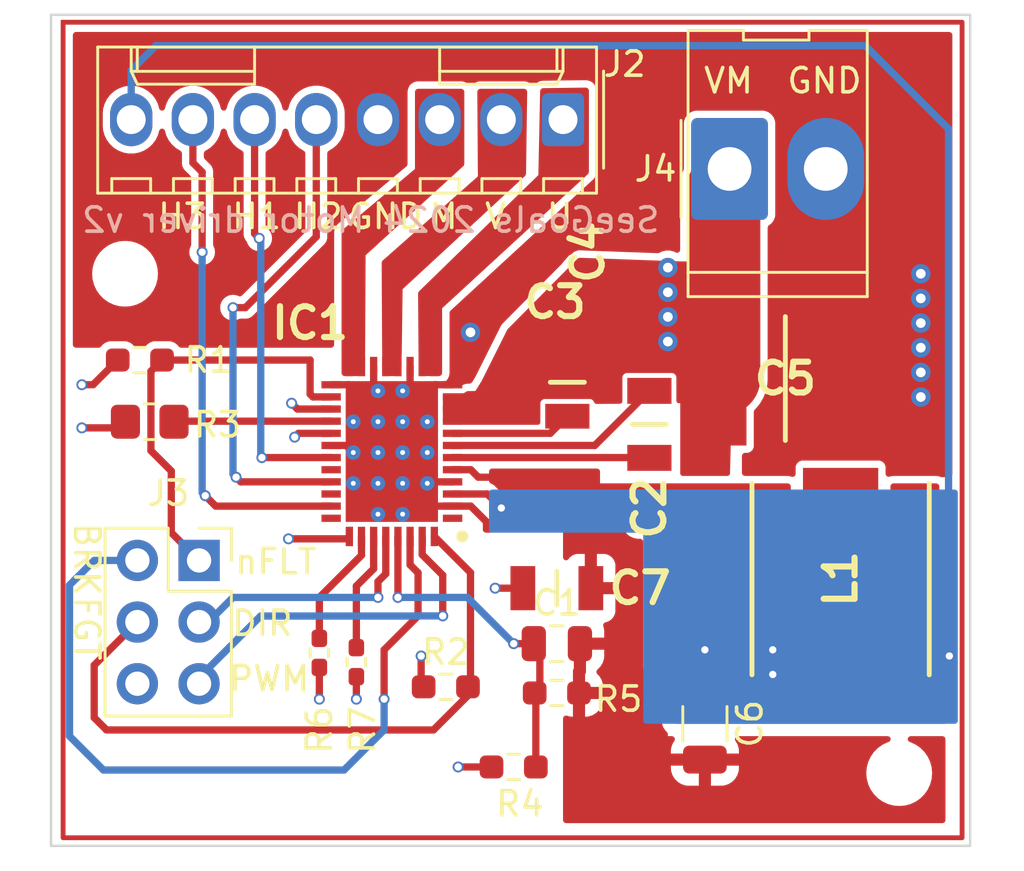
<source format=kicad_pcb>
(kicad_pcb (version 20221018) (generator pcbnew)
  (layers (0 "F.Cu" signal) (1 "In1.Cu" signal) (2 "In2.Cu" signal) (31 "B.Cu" signal) (34 "B.Paste" user) (35 "F.Paste" user) (36 "B.SilkS" user "B.Silkscreen") (37 "F.SilkS" user "F.Silkscreen") (38 "B.Mask" user) (39 "F.Mask" user) (44 "Edge.Cuts" user))
  (net 0 "")
  (net 1 "Net-(IC1-ILIM)")
  (net 2 "GND")
  (net 3 "/Motor Driver/VM")
  (net 4 "/Motor Driver/SW_BK")
  (net 5 "Net-(IC1-CP)")
  (net 6 "/Motor Driver/AVDD")
  (net 7 "Net-(IC1-CPH)")
  (net 8 "Net-(IC1-CPL)")
  (net 9 "/Motor Driver/U")
  (net 10 "/Motor Driver/V")
  (net 12 "Net-(IC1-SW_BK)")
  (net 13 "Net-(IC1-VSEL_BK)")
  (net 17 "Net-(IC1-SLEW)")
  (net 18 "Net-(IC1-ADVANCE)")
  (net 19 "/Motor Driver/W")
  (net 20 "/Motor Driver/H1")
  (net 21 "/Motor Driver/H2")
  (net 22 "/Motor Driver/H3")
  (net 23 "/Motor Driver/DIR")
  (net 24 "/Motor Driver/BRAKE")
  (net 25 "/Motor Driver/PWM")
  (net 26 "/Motor Driver/FGOUT")
  (net 27 "/Motor Driver/nFault")
  (footprint "SamacSys_Parts:CAPC3216X180N" (layer "F.Cu") (at 133.604 80.882 -90)
    (fp_text reference "C2" (at 3.446 0 -90) (layer "F.SilkS") (effects (font (size 1.27 1.27) (thickness 0.254))))
    (fp_text value "47nF" hide)
    (fp_line (start 0 -0.7) (end 0 0.7) (stroke (width 0.2)) (layer "F.SilkS"))
    (pad "1" smd rect (at -1.38 0 270) (size 1.07 1.82) (layers "F.Cu" "F.Paste" "F.Mask") (net 7 "Net-(IC1-CPH)"))
    (pad "2" smd rect (at 1.38 0 270) (size 1.07 1.82) (layers "F.Cu" "F.Paste" "F.Mask") (net 8 "Net-(IC1-CPL)"))
  )
  (footprint "Resistor_SMD:R_0402_1005Metric_Pad0.72x0.64mm_HandSolder" (layer "F.Cu") (at 120.015 90.297 -90)
    (fp_text reference "R6" (at 3.175 0 90) (layer "F.SilkS"))
    (fp_text value "47k")
    (fp_line (start -0.167621 -0.38) (end 0.167621 -0.38) (stroke (width 0.12)) (layer "F.SilkS"))
    (fp_line (start -0.167621 0.38) (end 0.167621 0.38) (stroke (width 0.12)) (layer "F.SilkS"))
    (pad "1" smd roundrect (at -0.5975 0 270) (size 0.715 0.64) (layers "F.Cu" "F.Paste" "F.Mask") (net 17 "Net-(IC1-SLEW)"))
    (pad "2" smd roundrect (at 0.5975 0 270) (size 0.715 0.64) (layers "F.Cu" "F.Paste" "F.Mask") (net 6 "/Motor Driver/AVDD"))
  )
  (footprint "SamacSys_Parts:CAPC1608X95N" (layer "F.Cu") (at 132.588 73.979 90)
    (fp_text reference "C4" (at 0.192 -1.524 90) (layer "F.SilkS") (effects (font (size 1.27 1.27) (thickness 0.254))))
    (fp_text value "0u1F" hide)
    (pad "1" smd rect (at -0.7 0 90) (size 0.78 0.98) (layers "F.Cu" "F.Paste" "F.Mask") (net 3 "/Motor Driver/VM"))
    (pad "2" smd rect (at 0.7 0 90) (size 0.78 0.98) (layers "F.Cu" "F.Paste" "F.Mask") (net 2 "GND"))
  )
  (footprint "Capacitor_SMD:C_1206_3216Metric" (layer "F.Cu") (at 135.89 93.218 -90)
    (fp_text reference "C6" (at 0 -1.85 90) (layer "F.SilkS"))
    (fp_text value "22uF")
    (fp_line (start -0.711252 -0.91) (end 0.711252 -0.91) (stroke (width 0.12)) (layer "F.SilkS"))
    (fp_line (start -0.711252 0.91) (end 0.711252 0.91) (stroke (width 0.12)) (layer "F.SilkS"))
    (pad "1" smd roundrect (at -1.475 0 270) (size 1.15 1.8) (layers "F.Cu" "F.Paste" "F.Mask") (roundrect_rratio 0.2173913043) (net 4 "/Motor Driver/SW_BK"))
    (pad "2" smd roundrect (at 1.475 0 270) (size 1.15 1.8) (layers "F.Cu" "F.Paste" "F.Mask") (roundrect_rratio 0.2173913043) (net 2 "GND"))
  )
  (footprint "Capacitor_SMD:C_0805_2012Metric" (layer "F.Cu") (at 129.794 89.916)
    (fp_text reference "C1" (at 0 -1.68) (layer "F.SilkS"))
    (fp_text value "0u1F")
    (fp_line (start -0.261252 -0.735) (end 0.261252 -0.735) (stroke (width 0.12)) (layer "F.SilkS"))
    (fp_line (start -0.261252 0.735) (end 0.261252 0.735) (stroke (width 0.12)) (layer "F.SilkS"))
    (pad "1" smd roundrect (at -0.95 0) (size 1 1.45) (layers "F.Cu" "F.Paste" "F.Mask") (net 1 "Net-(IC1-ILIM)"))
    (pad "2" smd roundrect (at 0.95 0) (size 1 1.45) (layers "F.Cu" "F.Paste" "F.Mask") (net 2 "GND"))
  )
  (footprint "Connector_Molex:Molex_KK-254_AE-6410-08A_1x08_P2.54mm_Vertical" (layer "F.Cu") (at 130.048 68.326 180)
    (fp_text reference "J2" (at -2.54 2.286) (layer "F.SilkS"))
    (fp_text value "Motor")
    (fp_line (start -1.67 -2) (end -1.67 2) (stroke (width 0.12)) (layer "F.SilkS"))
    (fp_line (start -1.38 -3.03) (end -1.38 2.99) (stroke (width 0.12)) (layer "F.SilkS"))
    (fp_line (start -1.38 2.99) (end 19.16 2.99) (stroke (width 0.12)) (layer "F.SilkS"))
    (fp_line (start -0.8 -3.03) (end -0.8 -2.43) (stroke (width 0.12)) (layer "F.SilkS"))
    (fp_line (start -0.8 -2.43) (end 0.8 -2.43) (stroke (width 0.12)) (layer "F.SilkS"))
    (fp_line (start 0 1.99) (end 0.25 1.46) (stroke (width 0.12)) (layer "F.SilkS"))
    (fp_line (start 0 1.99) (end 5.08 1.99) (stroke (width 0.12)) (layer "F.SilkS"))
    (fp_line (start 0 2.99) (end 0 1.99) (stroke (width 0.12)) (layer "F.SilkS"))
    (fp_line (start 0.25 1.46) (end 5.08 1.46) (stroke (width 0.12)) (layer "F.SilkS"))
    (fp_line (start 0.25 2.99) (end 0.25 1.99) (stroke (width 0.12)) (layer "F.SilkS"))
    (fp_line (start 0.8 -2.43) (end 0.8 -3.03) (stroke (width 0.12)) (layer "F.SilkS"))
    (fp_line (start 1.74 -3.03) (end 1.74 -2.43) (stroke (width 0.12)) (layer "F.SilkS"))
    (fp_line (start 1.74 -2.43) (end 3.34 -2.43) (stroke (width 0.12)) (layer "F.SilkS"))
    (fp_line (start 3.34 -2.43) (end 3.34 -3.03) (stroke (width 0.12)) (layer "F.SilkS"))
    (fp_line (start 4.28 -3.03) (end 4.28 -2.43) (stroke (width 0.12)) (layer "F.SilkS"))
    (fp_line (start 4.28 -2.43) (end 5.88 -2.43) (stroke (width 0.12)) (layer "F.SilkS"))
    (fp_line (start 5.08 1.46) (end 5.08 1.99) (stroke (width 0.12)) (layer "F.SilkS"))
    (fp_line (start 5.08 1.99) (end 5.08 2.99) (stroke (width 0.12)) (layer "F.SilkS"))
    (fp_line (start 5.88 -2.43) (end 5.88 -3.03) (stroke (width 0.12)) (layer "F.SilkS"))
    (fp_line (start 6.82 -3.03) (end 6.82 -2.43) (stroke (width 0.12)) (layer "F.SilkS"))
    (fp_line (start 6.82 -2.43) (end 8.42 -2.43) (stroke (width 0.12)) (layer "F.SilkS"))
    (fp_line (start 8.42 -2.43) (end 8.42 -3.03) (stroke (width 0.12)) (layer "F.SilkS"))
    (fp_line (start 9.36 -3.03) (end 9.36 -2.43) (stroke (width 0.12)) (layer "F.SilkS"))
    (fp_line (start 9.36 -2.43) (end 10.96 -2.43) (stroke (width 0.12)) (layer "F.SilkS"))
    (fp_line (start 10.96 -2.43) (end 10.96 -3.03) (stroke (width 0.12)) (layer "F.SilkS"))
    (fp_line (start 11.9 -3.03) (end 11.9 -2.43) (stroke (width 0.12)) (layer "F.SilkS"))
    (fp_line (start 11.9 -2.43) (end 13.5 -2.43) (stroke (width 0.12)) (layer "F.SilkS"))
    (fp_line (start 12.7 1.46) (end 12.7 1.99) (stroke (width 0.12)) (layer "F.SilkS"))
    (fp_line (start 12.7 1.99) (end 12.7 2.99) (stroke (width 0.12)) (layer "F.SilkS"))
    (fp_line (start 13.5 -2.43) (end 13.5 -3.03) (stroke (width 0.12)) (layer "F.SilkS"))
    (fp_line (start 14.44 -3.03) (end 14.44 -2.43) (stroke (width 0.12)) (layer "F.SilkS"))
    (fp_line (start 14.44 -2.43) (end 16.04 -2.43) (stroke (width 0.12)) (layer "F.SilkS"))
    (fp_line (start 16.04 -2.43) (end 16.04 -3.03) (stroke (width 0.12)) (layer "F.SilkS"))
    (fp_line (start 16.98 -3.03) (end 16.98 -2.43) (stroke (width 0.12)) (layer "F.SilkS"))
    (fp_line (start 16.98 -2.43) (end 18.58 -2.43) (stroke (width 0.12)) (layer "F.SilkS"))
    (fp_line (start 17.53 1.46) (end 12.7 1.46) (stroke (width 0.12)) (layer "F.SilkS"))
    (fp_line (start 17.53 2.99) (end 17.53 1.99) (stroke (width 0.12)) (layer "F.SilkS"))
    (fp_line (start 17.78 1.99) (end 12.7 1.99) (stroke (width 0.12)) (layer "F.SilkS"))
    (fp_line (start 17.78 1.99) (end 17.53 1.46) (stroke (width 0.12)) (layer "F.SilkS"))
    (fp_line (start 17.78 2.99) (end 17.78 1.99) (stroke (width 0.12)) (layer "F.SilkS"))
    (fp_line (start 18.58 -2.43) (end 18.58 -3.03) (stroke (width 0.12)) (layer "F.SilkS"))
    (fp_line (start 19.16 -3.03) (end -1.38 -3.03) (stroke (width 0.12)) (layer "F.SilkS"))
    (fp_line (start 19.16 2.99) (end 19.16 -3.03) (stroke (width 0.12)) (layer "F.SilkS"))
    (pad "1" thru_hole roundrect (at 0 0 180) (size 1.74 2.19) (drill 1.19) (layers "*.Cu" "*.Mask") (roundrect_rratio 0.1436781609) (net 9 "/Motor Driver/U"))
    (pad "2" thru_hole oval (at 2.54 0 180) (size 1.74 2.19) (drill 1.19) (layers "*.Cu" "*.Mask") (net 10 "/Motor Driver/V"))
    (pad "3" thru_hole oval (at 5.08 0 180) (size 1.74 2.19) (drill 1.19) (layers "*.Cu" "*.Mask") (net 19 "/Motor Driver/W"))
    (pad "4" thru_hole oval (at 7.62 0 180) (size 1.74 2.19) (drill 1.19) (layers "*.Cu" "*.Mask") (net 2 "GND"))
    (pad "5" thru_hole oval (at 10.16 0 180) (size 1.74 2.19) (drill 1.19) (layers "*.Cu" "*.Mask") (net 21 "/Motor Driver/H2"))
    (pad "6" thru_hole oval (at 12.7 0 180) (size 1.74 2.19) (drill 1.19) (layers "*.Cu" "*.Mask") (net 20 "/Motor Driver/H1"))
    (pad "7" thru_hole oval (at 15.24 0 180) (size 1.74 2.19) (drill 1.19) (layers "*.Cu" "*.Mask") (net 22 "/Motor Driver/H3"))
    (pad "8" thru_hole oval (at 17.78 0 180) (size 1.74 2.19) (drill 1.19) (layers "*.Cu" "*.Mask") (net 4 "/Motor Driver/SW_BK"))
  )
  (footprint "SamacSys_Parts:CAPC3216X178N" (layer "F.Cu") (at 130.2258 79.1464 90)
    (fp_text reference "C3" (at 3.302 -0.508 180) (layer "F.SilkS") (effects (font (size 1.27 1.27) (thickness 0.254))))
    (fp_text value "1uF" hide)
    (fp_line (start 0 -0.7) (end 0 0.7) (stroke (width 0.2)) (layer "F.SilkS"))
    (pad "1" smd rect (at -1.4 0 90) (size 1.02 1.82) (layers "F.Cu" "F.Paste" "F.Mask") (net 5 "Net-(IC1-CP)"))
    (pad "2" smd rect (at 1.4 0 90) (size 1.02 1.82) (layers "F.Cu" "F.Paste" "F.Mask") (net 3 "/Motor Driver/VM"))
  )
  (footprint "Resistor_SMD:R_0603_1608Metric_Pad0.98x0.95mm_HandSolder" (layer "F.Cu") (at 129.794 91.948)
    (fp_text reference "R5" (at 2.54 0.254 180) (layer "F.SilkS"))
    (fp_text value "20k")
    (fp_line (start -0.254724 -0.5225) (end 0.254724 -0.5225) (stroke (width 0.12)) (layer "F.SilkS"))
    (fp_line (start -0.254724 0.5225) (end 0.254724 0.5225) (stroke (width 0.12)) (layer "F.SilkS"))
    (pad "1" smd roundrect (at -0.9125 0) (size 0.975 0.95) (layers "F.Cu" "F.Paste" "F.Mask") (net 1 "Net-(IC1-ILIM)"))
    (pad "2" smd roundrect (at 0.9125 0) (size 0.975 0.95) (layers "F.Cu" "F.Paste" "F.Mask") (net 2 "GND"))
  )
  (footprint "Resistor_SMD:R_0603_1608Metric_Pad0.98x0.95mm_HandSolder" (layer "F.Cu") (at 112.6255 78.232)
    (fp_text reference "R1" (at 2.8175 0) (layer "F.SilkS"))
    (fp_text value "5k1")
    (fp_line (start -0.254724 -0.5225) (end 0.254724 -0.5225) (stroke (width 0.12)) (layer "F.SilkS"))
    (fp_line (start -0.254724 0.5225) (end 0.254724 0.5225) (stroke (width 0.12)) (layer "F.SilkS"))
    (pad "1" smd roundrect (at -0.9125 0) (size 0.975 0.95) (layers "F.Cu" "F.Paste" "F.Mask") (net 6 "/Motor Driver/AVDD"))
    (pad "2" smd roundrect (at 0.9125 0) (size 0.975 0.95) (layers "F.Cu" "F.Paste" "F.Mask") (net 27 "/Motor Driver/nFault"))
  )
  (footprint "SamacSys_Parts:INDPM7973X540N" (layer "F.Cu") (at 141.478 87.249 -90)
    (fp_text reference "L1" (at 0 0 90) (layer "F.SilkS") (effects (font (size 1.27 1.27) (thickness 0.254))))
    (fp_text value "47uH" hide)
    (fp_line (start -3.95 3.65) (end 3.95 3.65) (stroke (width 0.2)) (layer "F.SilkS"))
    (fp_line (start 3.95 -3.65) (end -3.95 -3.65) (stroke (width 0.2)) (layer "F.SilkS"))
    (pad "1" smd rect (at -3.05 0 270) (size 3.05 3.1) (layers "F.Cu" "F.Paste" "F.Mask") (net 12 "Net-(IC1-SW_BK)"))
    (pad "2" smd rect (at 3.05 0 270) (size 3.05 3.1) (layers "F.Cu" "F.Paste" "F.Mask") (net 4 "/Motor Driver/SW_BK"))
  )
  (footprint "Resistor_SMD:R_0603_1608Metric_Pad0.98x0.95mm_HandSolder" (layer "F.Cu") (at 125.222 91.694)
    (fp_text reference "R2" (at 0 -1.43) (layer "F.SilkS"))
    (fp_text value "5k1")
    (fp_line (start -0.254724 -0.5225) (end 0.254724 -0.5225) (stroke (width 0.12)) (layer "F.SilkS"))
    (fp_line (start -0.254724 0.5225) (end 0.254724 0.5225) (stroke (width 0.12)) (layer "F.SilkS"))
    (pad "1" smd roundrect (at -0.9125 0) (size 0.975 0.95) (layers "F.Cu" "F.Paste" "F.Mask") (net 6 "/Motor Driver/AVDD"))
    (pad "2" smd roundrect (at 0.9125 0) (size 0.975 0.95) (layers "F.Cu" "F.Paste" "F.Mask") (net 26 "/Motor Driver/FGOUT"))
  )
  (footprint "Connector_PinSocket_2.54mm:PinSocket_2x03_P2.54mm_Vertical" (layer "F.Cu") (at 115.062 86.487)
    (fp_text reference "J3" (at -1.27 -2.77) (layer "F.SilkS"))
    (fp_text value "Conn_01x05")
    (fp_line (start -3.87 -1.33) (end -3.87 6.41) (stroke (width 0.12)) (layer "F.SilkS"))
    (fp_line (start -3.87 -1.33) (end -1.27 -1.33) (stroke (width 0.12)) (layer "F.SilkS"))
    (fp_line (start -3.87 6.41) (end 1.33 6.41) (stroke (width 0.12)) (layer "F.SilkS"))
    (fp_line (start -1.27 -1.33) (end -1.27 1.27) (stroke (width 0.12)) (layer "F.SilkS"))
    (fp_line (start -1.27 1.27) (end 1.33 1.27) (stroke (width 0.12)) (layer "F.SilkS"))
    (fp_line (start 0 -1.33) (end 1.33 -1.33) (stroke (width 0.12)) (layer "F.SilkS"))
    (fp_line (start 1.33 -1.33) (end 1.33 0) (stroke (width 0.12)) (layer "F.SilkS"))
    (fp_line (start 1.33 1.27) (end 1.33 6.41) (stroke (width 0.12)) (layer "F.SilkS"))
    (pad "1" thru_hole rect (at 0 0) (size 1.7 1.7) (drill 1) (layers "*.Cu" "*.Mask") (net 27 "/Motor Driver/nFault"))
    (pad "2" thru_hole oval (at -2.54 0) (size 1.7 1.7) (drill 1) (layers "*.Cu" "*.Mask") (net 24 "/Motor Driver/BRAKE"))
    (pad "3" thru_hole oval (at 0 2.54) (size 1.7 1.7) (drill 1) (layers "*.Cu" "*.Mask") (net 23 "/Motor Driver/DIR"))
    (pad "4" thru_hole oval (at -2.54 2.54) (size 1.7 1.7) (drill 1) (layers "*.Cu" "*.Mask") (net 26 "/Motor Driver/FGOUT"))
    (pad "5" thru_hole oval (at 0 5.08) (size 1.7 1.7) (drill 1) (layers "*.Cu" "*.Mask") (net 25 "/Motor Driver/PWM"))
    (pad "6" thru_hole oval (at -2.54 5.08) (size 1.7 1.7) (drill 1) (layers "*.Cu" "*.Mask"))
  )
  (footprint "Connector_Molex:Molex_KK-396_5273-02A_1x02_P3.96mm_Vertical" (layer "F.Cu") (at 136.906 70.358)
    (fp_text reference "J4" (at -3.048 0) (layer "F.SilkS"))
    (fp_text value "Conn_01x02")
    (fp_line (start -2 -2) (end -2 2) (stroke (width 0.12)) (layer "F.SilkS"))
    (fp_line (start -1.71 -5.71) (end 0.57 -5.71) (stroke (width 0.12)) (layer "F.SilkS"))
    (fp_line (start -1.71 4.26) (end -1.71 -5.71) (stroke (width 0.12)) (layer "F.SilkS"))
    (fp_line (start -1.71 4.26) (end 5.67 4.26) (stroke (width 0.12)) (layer "F.SilkS"))
    (fp_line (start -1.71 5.26) (end -1.71 4.26) (stroke (width 0.12)) (layer "F.SilkS"))
    (fp_line (start 0.57 -5.71) (end 0.57 -5.31) (stroke (width 0.12)) (layer "F.SilkS"))
    (fp_line (start 0.57 -5.31) (end 3.27 -5.31) (stroke (width 0.12)) (layer "F.SilkS"))
    (fp_line (start 3.27 -5.71) (end 5.67 -5.71) (stroke (width 0.12)) (layer "F.SilkS"))
    (fp_line (start 3.27 -5.31) (end 3.27 -5.71) (stroke (width 0.12)) (layer "F.SilkS"))
    (fp_line (start 5.67 -5.71) (end 5.67 5.26) (stroke (width 0.12)) (layer "F.SilkS"))
    (fp_line (start 5.67 5.26) (end -1.71 5.26) (stroke (width 0.12)) (layer "F.SilkS"))
    (pad "1" thru_hole roundrect (at 0 0) (size 3.16 4.2) (drill 1.8) (layers "*.Cu" "*.Mask") (roundrect_rratio 0.07911392405) (net 3 "/Motor Driver/VM"))
    (pad "2" thru_hole oval (at 3.96 0) (size 3.16 4.2) (drill 1.8) (layers "*.Cu" "*.Mask") (net 2 "GND"))
  )
  (footprint "MountingHole:MountingHole_2.2mm_M2" (layer "F.Cu") (at 143.891 95.25)
    (fp_text reference "H1" hide)
    (fp_text value "MountingHole")
    (pad "" np_thru_hole circle (at 0 0) (size 2.2 2.2) (drill 2.2) (layers "*.Cu" "*.Mask"))
  )
  (footprint "SamacSys_Parts:CAPC3216X178N" (layer "F.Cu") (at 129.794 87.63)
    (fp_text reference "C7" (at 3.429 0) (layer "F.SilkS") (effects (font (size 1.27 1.27) (thickness 0.254))))
    (fp_text value "1uF" hide)
    (fp_line (start 0 -0.7) (end 0 0.7) (stroke (width 0.2)) (layer "F.SilkS"))
    (pad "1" smd rect (at -1.4 0) (size 1.02 1.82) (layers "F.Cu" "F.Paste" "F.Mask") (net 6 "/Motor Driver/AVDD"))
    (pad "2" smd rect (at 1.4 0) (size 1.02 1.82) (layers "F.Cu" "F.Paste" "F.Mask") (net 2 "GND"))
  )
  (footprint "MountingHole:MountingHole_2.2mm_M2" (layer "F.Cu") (at 112.014 74.676)
    (fp_text reference "H2" hide)
    (fp_text value "MountingHole")
    (pad "" np_thru_hole circle (at 0 0) (size 2.2 2.2) (drill 2.2) (layers "*.Cu" "*.Mask"))
  )
  (footprint "Resistor_SMD:R_0603_1608Metric_Pad0.98x0.95mm_HandSolder" (layer "F.Cu") (at 128.016 94.996)
    (fp_text reference "R4" (at 0.254 1.524 180) (layer "F.SilkS"))
    (fp_text value "27k")
    (fp_line (start -0.254724 -0.5225) (end 0.254724 -0.5225) (stroke (width 0.12)) (layer "F.SilkS"))
    (fp_line (start -0.254724 0.5225) (end 0.254724 0.5225) (stroke (width 0.12)) (layer "F.SilkS"))
    (pad "1" smd roundrect (at -0.9125 0) (size 0.975 0.95) (layers "F.Cu" "F.Paste" "F.Mask") (net 6 "/Motor Driver/AVDD"))
    (pad "2" smd roundrect (at 0.9125 0) (size 0.975 0.95) (layers "F.Cu" "F.Paste" "F.Mask") (net 1 "Net-(IC1-ILIM)"))
  )
  (footprint "Resistor_SMD:R_0402_1005Metric_Pad0.72x0.64mm_HandSolder" (layer "F.Cu") (at 121.539 90.678 -90)
    (fp_text reference "R7" (at 2.794 -0.254 -90) (layer "F.SilkS"))
    (fp_text value "22k")
    (fp_line (start -0.167621 -0.38) (end 0.167621 -0.38) (stroke (width 0.12)) (layer "F.SilkS"))
    (fp_line (start -0.167621 0.38) (end 0.167621 0.38) (stroke (width 0.12)) (layer "F.SilkS"))
    (pad "1" smd roundrect (at -0.5975 0 270) (size 0.715 0.64) (layers "F.Cu" "F.Paste" "F.Mask") (net 18 "Net-(IC1-ADVANCE)"))
    (pad "2" smd roundrect (at 0.5975 0 270) (size 0.715 0.64) (layers "F.Cu" "F.Paste" "F.Mask") (net 6 "/Motor Driver/AVDD"))
  )
  (footprint "SamacSys_Parts:CAPC6153X500N" (layer "F.Cu") (at 139.202 78.994)
    (fp_text reference "C5" (at 0 0) (layer "F.SilkS") (effects (font (size 1.27 1.27) (thickness 0.254))))
    (fp_text value "KCM55TR71H226MH01L" hide)
    (fp_line (start 0 -2.55) (end 0 2.55) (stroke (width 0.2)) (layer "F.SilkS"))
    (pad "1" smd rect (at -2.53 0) (size 1.86 5.52) (layers "F.Cu" "F.Paste" "F.Mask") (net 3 "/Motor Driver/VM"))
    (pad "2" smd rect (at 2.53 0) (size 1.86 5.52) (layers "F.Cu" "F.Paste" "F.Mask") (net 2 "GND"))
  )
  (footprint "Resistor_SMD:R_0805_2012Metric_Pad1.20x1.40mm_HandSolder" (layer "F.Cu") (at 113.03 80.772 180)
    (fp_text reference "R3" (at -2.794 -0.127) (layer "F.SilkS"))
    (fp_text value "1M")
    (fp_line (start -0.227064 -0.735) (end 0.227064 -0.735) (stroke (width 0.12)) (layer "F.SilkS"))
    (fp_line (start -0.227064 0.735) (end 0.227064 0.735) (stroke (width 0.12)) (layer "F.SilkS"))
    (pad "1" smd roundrect (at -1 0 180) (size 1.2 1.4) (layers "F.Cu" "F.Paste" "F.Mask") (roundrect_rratio 0.2083333333) (net 13 "Net-(IC1-VSEL_BK)"))
    (pad "2" smd roundrect (at 1 0 180) (size 1.2 1.4) (layers "F.Cu" "F.Paste" "F.Mask") (roundrect_rratio 0.2083333333) (net 6 "/Motor Driver/AVDD"))
  )
  (footprint "SamacSys_Parts:QFN50P500X700X100-41N-D" (layer "F.Cu") (at 123 82 180)
    (fp_text reference "IC1" (at 3.366 5.292) (layer "F.SilkS") (effects (font (size 1.27 1.27) (thickness 0.254))))
    (fp_text value "MCT8316Z0TQRGFRQ1" hide)
    (fp_circle (center -2.9 -3.5) (end -2.9 -3.375) (stroke (width 0.25)) (fill none) (layer "F.SilkS"))
    (pad "1" smd rect (at -2.5 -2.75 270) (size 0.3 0.8) (layers "F.Cu" "F.Paste" "F.Mask"))
    (pad "2" smd rect (at -2.5 -2.25 270) (size 0.3 0.8) (layers "F.Cu" "F.Paste" "F.Mask") (net 2 "GND"))
    (pad "3" smd rect (at -2.5 -1.75 270) (size 0.3 0.8) (layers "F.Cu" "F.Paste" "F.Mask") (net 4 "/Motor Driver/SW_BK"))
    (pad "4" smd rect (at -2.5 -1.25 270) (size 0.3 0.8) (layers "F.Cu" "F.Paste" "F.Mask") (net 2 "GND"))
    (pad "5" smd rect (at -2.5 -0.75 270) (size 0.3 0.8) (layers "F.Cu" "F.Paste" "F.Mask") (net 12 "Net-(IC1-SW_BK)"))
    (pad "6" smd rect (at -2.5 -0.25 270) (size 0.3 0.8) (layers "F.Cu" "F.Paste" "F.Mask") (net 8 "Net-(IC1-CPL)"))
    (pad "7" smd rect (at -2.5 0.25 270) (size 0.3 0.8) (layers "F.Cu" "F.Paste" "F.Mask") (net 7 "Net-(IC1-CPH)"))
    (pad "8" smd rect (at -2.5 0.75 270) (size 0.3 0.8) (layers "F.Cu" "F.Paste" "F.Mask") (net 5 "Net-(IC1-CP)"))
    (pad "9" smd rect (at -2.5 1.25 270) (size 0.3 0.8) (layers "F.Cu" "F.Paste" "F.Mask") (net 3 "/Motor Driver/VM"))
    (pad "10" smd rect (at -2.5 1.75 270) (size 0.3 0.8) (layers "F.Cu" "F.Paste" "F.Mask") (net 3 "/Motor Driver/VM"))
    (pad "11" smd rect (at -2.5 2.25 270) (size 0.3 0.8) (layers "F.Cu" "F.Paste" "F.Mask") (net 3 "/Motor Driver/VM"))
    (pad "12" smd rect (at -2.5 2.75 270) (size 0.3 0.8) (layers "F.Cu" "F.Paste" "F.Mask") (net 2 "GND"))
    (pad "13" smd rect (at -1.75 3.5 180) (size 0.3 0.8) (layers "F.Cu" "F.Paste" "F.Mask") (net 9 "/Motor Driver/U"))
    (pad "14" smd rect (at -1.25 3.5 180) (size 0.3 0.8) (layers "F.Cu" "F.Paste" "F.Mask") (net 9 "/Motor Driver/U"))
    (pad "15" smd rect (at -0.75 3.5 180) (size 0.3 0.8) (layers "F.Cu" "F.Paste" "F.Mask") (net 2 "GND"))
    (pad "16" smd rect (at -0.25 3.5 180) (size 0.3 0.8) (layers "F.Cu" "F.Paste" "F.Mask") (net 10 "/Motor Driver/V"))
    (pad "17" smd rect (at 0.25 3.5 180) (size 0.3 0.8) (layers "F.Cu" "F.Paste" "F.Mask") (net 10 "/Motor Driver/V"))
    (pad "18" smd rect (at 0.75 3.5 180) (size 0.3 0.8) (layers "F.Cu" "F.Paste" "F.Mask") (net 2 "GND"))
    (pad "19" smd rect (at 1.25 3.5 180) (size 0.3 0.8) (layers "F.Cu" "F.Paste" "F.Mask") (net 19 "/Motor Driver/W"))
    (pad "20" smd rect (at 1.75 3.5 180) (size 0.3 0.8) (layers "F.Cu" "F.Paste" "F.Mask") (net 19 "/Motor Driver/W"))
    (pad "21" smd rect (at 2.5 2.75 270) (size 0.3 0.8) (layers "F.Cu" "F.Paste" "F.Mask") (net 2 "GND"))
    (pad "22" smd rect (at 2.5 2.25 270) (size 0.3 0.8) (layers "F.Cu" "F.Paste" "F.Mask") (net 27 "/Motor Driver/nFault"))
    (pad "23" smd rect (at 2.5 1.75 270) (size 0.3 0.8) (layers "F.Cu" "F.Paste" "F.Mask") (net 6 "/Motor Driver/AVDD"))
    (pad "24" smd rect (at 2.5 1.25 270) (size 0.3 0.8) (layers "F.Cu" "F.Paste" "F.Mask") (net 13 "Net-(IC1-VSEL_BK)"))
    (pad "25" smd rect (at 2.5 0.75 270) (size 0.3 0.8) (layers "F.Cu" "F.Paste" "F.Mask") (net 6 "/Motor Driver/AVDD"))
    (pad "26" smd rect (at 2.5 0.25 270) (size 0.3 0.8) (layers "F.Cu" "F.Paste" "F.Mask") (net 2 "GND"))
    (pad "27" smd rect (at 2.5 -0.25 270) (size 0.3 0.8) (layers "F.Cu" "F.Paste" "F.Mask") (net 20 "/Motor Driver/H1"))
    (pad "28" smd rect (at 2.5 -0.75 270) (size 0.3 0.8) (layers "F.Cu" "F.Paste" "F.Mask"))
    (pad "29" smd rect (at 2.5 -1.25 270) (size 0.3 0.8) (layers "F.Cu" "F.Paste" "F.Mask") (net 21 "/Motor Driver/H2"))
    (pad "30" smd rect (at 2.5 -1.75 270) (size 0.3 0.8) (layers "F.Cu" "F.Paste" "F.Mask"))
    (pad "31" smd rect (at 2.5 -2.25 270) (size 0.3 0.8) (layers "F.Cu" "F.Paste" "F.Mask") (net 22 "/Motor Driver/H3"))
    (pad "32" smd rect (at 2.5 -2.75 270) (size 0.3 0.8) (layers "F.Cu" "F.Paste" "F.Mask"))
    (pad "33" smd rect (at 1.75 -3.5 180) (size 0.3 0.8) (layers "F.Cu" "F.Paste" "F.Mask") (net 6 "/Motor Driver/AVDD"))
    (pad "34" smd rect (at 1.25 -3.5 180) (size 0.3 0.8) (layers "F.Cu" "F.Paste" "F.Mask") (net 17 "Net-(IC1-SLEW)"))
    (pad "35" smd rect (at 0.75 -3.5 180) (size 0.3 0.8) (layers "F.Cu" "F.Paste" "F.Mask") (net 18 "Net-(IC1-ADVANCE)"))
    (pad "36" smd rect (at 0.25 -3.5 180) (size 0.3 0.8) (layers "F.Cu" "F.Paste" "F.Mask") (net 23 "/Motor Driver/DIR"))
    (pad "37" smd rect (at -0.25 -3.5 180) (size 0.3 0.8) (layers "F.Cu" "F.Paste" "F.Mask") (net 1 "Net-(IC1-ILIM)"))
    (pad "38" smd rect (at -0.75 -3.5 180) (size 0.3 0.8) (layers "F.Cu" "F.Paste" "F.Mask") (net 24 "/Motor Driver/BRAKE"))
    (pad "39" smd rect (at -1.25 -3.5 180) (size 0.3 0.8) (layers "F.Cu" "F.Paste" "F.Mask") (net 25 "/Motor Driver/PWM"))
    (pad "40" smd rect (at -1.75 -3.5 180) (size 0.3 0.8) (layers "F.Cu" "F.Paste" "F.Mask") (net 26 "/Motor Driver/FGOUT"))
    (pad "41" smd rect (at 0 0 180) (size 3.8 5.8) (layers "F.Cu" "F.Paste" "F.Mask") (net 2 "GND"))
  )
  (gr_rect (start 109.464 64.314) (end 146.48 97.912) (stroke (width 0.2)) (fill none) (layer "F.Cu"))
  (gr_rect (start 108.966 64.008) (end 146.812 98.2472) (stroke (width 0.1)) (fill none) (layer "Edge.Cuts"))
  (gr_text "SeeGoals 2024 Motor driver v2" (at 134.112 73.0504) (layer "B.SilkS") (effects (font (size 1 1)) (justify left bottom mirror)))
  (gr_text "DIR" (at 116.332 89.662) (layer "F.SilkS") (effects (font (size 1 1)) (justify left bottom)))
  (gr_text "PWM" (at 116.205 91.948) (layer "F.SilkS") (effects (font (size 1 1)) (justify left bottom)))
  (gr_text "U" (at 129.286 72.898) (layer "F.SilkS") (effects (font (size 1 1)) (justify left bottom)))
  (gr_text "M" (at 124.46 72.898) (layer "F.SilkS") (effects (font (size 1 1)) (justify left bottom)))
  (gr_text "H2" (at 118.872 72.898) (layer "F.SilkS") (effects (font (size 1 1)) (justify left bottom)))
  (gr_text "VM" (at 135.763 67.31) (layer "F.SilkS") (effects (font (size 1 1)) (justify left bottom)))
  (gr_text "H1" (at 116.332 72.898) (layer "F.SilkS") (effects (font (size 1 1)) (justify left bottom)))
  (gr_text "FGT" (at 109.855 87.884 -90) (layer "F.SilkS") (effects (font (size 1 1)) (justify left bottom)))
  (gr_text "nFLT" (at 116.459 87.122) (layer "F.SilkS") (effects (font (size 1 1)) (justify left bottom)))
  (gr_text "BRK" (at 109.855 84.836 -90) (layer "F.SilkS") (effects (font (size 1 1)) (justify left bottom)))
  (gr_text "V" (at 126.746 72.898) (layer "F.SilkS") (effects (font (size 1 1)) (justify left bottom)))
  (gr_text "GND" (at 121.12 72.898) (layer "F.SilkS") (effects (font (size 1 1)) (justify left bottom)))
  (gr_text "GND" (at 139.192 67.31) (layer "F.SilkS") (effects (font (size 1 1)) (justify left bottom)))
  (gr_text "H3" (at 113.284 72.898) (layer "F.SilkS") (effects (font (size 1 1)) (justify left bottom)))
  (segment (start 123.25 88.011) (end 123.25 85.5) (width 0.3) (layer "F.Cu") (net 1))
  (segment (start 129.094 91.7355) (end 129.094 89.916) (width 0.3) (layer "F.Cu") (net 1))
  (segment (start 129.094 89.916) (end 128.016 89.916) (width 0.3) (layer "F.Cu") (net 1))
  (segment (start 128.9285 91.995) (end 128.8815 91.948) (width 0.3) (layer "F.Cu") (net 1))
  (segment (start 128.9285 94.996) (end 128.9285 91.995) (width 0.3) (layer "F.Cu") (net 1))
  (segment (start 128.8815 91.948) (end 129.094 91.7355) (width 0.3) (layer "F.Cu") (net 1))
  (via (at 123.25 88.011) (size 0.45) (drill 0.3) (layers "F.Cu" "B.Cu") (net 1))
  (via (at 128.016 89.916) (size 0.45) (drill 0.3) (layers "F.Cu" "B.Cu") (net 1))
  (segment (start 128.016 89.916) (end 126.111 88.011) (width 0.3) (layer "B.Cu") (net 1))
  (segment (start 126.111 88.011) (end 123.25 88.011) (width 0.3) (layer "B.Cu") (net 1))
  (segment (start 130.556 85.09) (end 131.194 85.728) (width 0.3) (layer "F.Cu") (net 2))
  (segment (start 123 81) (end 123 82) (width 0.3) (layer "F.Cu") (net 2))
  (segment (start 122.136 81.75) (end 122.428 82.042) (width 0.3) (layer "F.Cu") (net 2))
  (segment (start 126.238 77.089) (end 126.238 78.512) (width 0.3) (layer "F.Cu") (net 2))
  (segment (start 123.75 79.554) (end 123.75 80.72) (width 0.3) (layer "F.Cu") (net 2))
  (segment (start 123 82.5) (end 123 82) (width 0.3) (layer "F.Cu") (net 2))
  (segment (start 121.412 82.042) (end 121.704 81.75) (width 0.3) (layer "F.Cu") (net 2))
  (segment (start 125.5 79.25) (end 124.75 79.25) (width 0.3) (layer "F.Cu") (net 2))
  (segment (start 122.428 80.772) (end 122.25 80.95) (width 0.3) (layer "F.Cu") (net 2))
  (segment (start 122.72 81.75) (end 122.75 81.75) (width 0.3) (layer "F.Cu") (net 2))
  (segment (start 124.066 83.566) (end 123.698 83.566) (width 0.3) (layer "F.Cu") (net 2))
  (segment (start 141.732 71.224) (end 141.732 78.994) (width 3) (layer "F.Cu") (net 2))
  (segment (start 122.25 80.95) (end 122.25 81.25) (width 0.3) (layer "F.Cu") (net 2))
  (segment (start 123.75 81.25) (end 123 82) (width 0.3) (layer "F.Cu") (net 2))
  (segment (start 144.78 78.74) (end 144.526 78.74) (width 0.3) (layer "F.Cu") (net 2))
  (segment (start 121.25 79.25) (end 123 81) (width 0.3) (layer "F.Cu") (net 2))
  (segment (start 122.25 79.68) (end 122.25 80.594) (width 0.3) (layer "F.Cu") (net 2))
  (segment (start 121.12 81.75) (end 121.412 82.042) (width 0.3) (layer "F.Cu") (net 2))
  (segment (start 122.428 82.042) (end 122.72 81.75) (width 0.3) (layer "F.Cu") (net 2))
  (segment (start 126.25 84.25) (end 127.09 85.09) (width 0.3) (layer "F.Cu") (net 2))
  (segment (start 123.75 79.45) (end 123.698 79.502) (width 0.3) (layer "F.Cu") (net 2))
  (segment (start 123.75 78.5) (end 123.75 79.45) (width 0.3) (layer "F.Cu") (net 2))
  (segment (start 123.698 83.198) (end 123 82.5) (width 0.3) (layer "F.Cu") (net 2))
  (segment (start 124.75 79.25) (end 123 81) (width 0.3) (layer "F.Cu") (net 2))
  (segment (start 122.25 80.594) (end 122.428 80.772) (width 0.3) (layer "F.Cu") (net 2))
  (segment (start 124.25 83.25) (end 123 82) (width 0.3) (layer "F.Cu") (net 2))
  (segment (start 120.5 79.25) (end 121.25 79.25) (width 0.3) (layer "F.Cu") (net 2))
  (segment (start 126.238 78.512) (end 125.5 79.25) (width 0.3) (layer "F.Cu") (net 2))
  (segment (start 131.194 85.728) (end 131.194 87.63) (width 0.3) (layer "F.Cu") (net 2))
  (segment (start 124.46 83.566) (end 124.066 83.566) (width 0.3) (layer "F.Cu") (net 2))
  (segment (start 120.5 81.75) (end 121.12 81.75) (width 0.3) (layer "F.Cu") (net 2))
  (segment (start 125.5 84.25) (end 124.75 84.25) (width 0.3) (layer "F.Cu") (net 2))
  (segment (start 123.75 80.824) (end 123.75 81.25) (width 0.3) (layer "F.Cu") (net 2))
  (segment (start 122.428 79.502) (end 122.25 79.68) (width 0.3) (layer "F.Cu") (net 2))
  (segment (start 140.866 70.358) (end 141.732 71.224) (width 3) (layer "F.Cu") (net 2))
  (segment (start 125.5 84.25) (end 126.25 84.25) (width 0.3) (layer "F.Cu") (net 2))
  (segment (start 123.698 80.772) (end 123.75 80.824) (width 0.3) (layer "F.Cu") (net 2))
  (segment (start 122.25 78.5) (end 122.25 79.324) (width 0.3) (layer "F.Cu") (net 2))
  (segment (start 127.09 85.09) (end 130.556 85.09) (width 0.3) (layer "F.Cu") (net 2))
  (segment (start 122.25 81.25) (end 123 82) (width 0.3) (layer "F.Cu") (net 2))
  (segment (start 122.25 79.324) (end 122.428 79.502) (width 0.3) (layer "F.Cu") (net 2))
  (segment (start 125.5 83.25) (end 124.25 83.25) (width 0.3) (layer "F.Cu") (net 2))
  (segment (start 122.75 81.75) (end 123 82) (width 0.3) (layer "F.Cu") (net 2))
  (segment (start 124.75 84.25) (end 124.46 83.96) (width 0.3) (layer "F.Cu") (net 2))
  (segment (start 123.698 79.502) (end 123.75 79.554) (width 0.3) (layer "F.Cu") (net 2))
  (segment (start 123.698 83.566) (end 123.698 83.198) (width 0.3) (layer "F.Cu") (net 2))
  (segment (start 121.704 81.75) (end 122.136 81.75) (width 0.3) (layer "F.Cu") (net 2))
  (segment (start 123.75 80.72) (end 123.698 80.772) (width 0.3) (layer "F.Cu") (net 2))
  (segment (start 124.46 83.96) (end 124.46 83.566) (width 0.3) (layer "F.Cu") (net 2))
  (via (at 123.444 79.502) (size 0.6) (drill 0.2) (layers "F.Cu" "B.Cu") (net 2))
  (via (at 122.428 82.042) (size 0.6) (drill 0.2) (layers "F.Cu" "B.Cu") (net 2))
  (via (at 122.428 84.582) (size 0.6) (drill 0.2) (layers "F.Cu" "B.Cu") (net 2))
  (via (at 144.78 77.724) (size 0.8) (drill 0.4) (layers "F.Cu" "B.Cu") (net 2))
  (via (at 122.428 79.502) (size 0.6) (drill 0.2) (layers "F.Cu" "B.Cu") (net 2))
  (via (at 123.444 82.042) (size 0.6) (drill 0.2) (layers "F.Cu" "B.Cu") (net 2))
  (via (at 144.78 75.692) (size 0.8) (drill 0.4) (layers "F.Cu" "B.Cu") (net 2))
  (via (at 124.46 82.042) (size 0.6) (drill 0.2) (layers "F.Cu" "B.Cu") (net 2))
  (via (at 123.444 83.312) (size 0.6) (drill 0.2) (layers "F.Cu" "B.Cu") (net 2))
  (via (at 122.428 80.772) (size 0.6) (drill 0.2) (layers "F.Cu" "B.Cu") (net 2))
  (via (at 144.78 76.708) (size 0.8) (drill 0.4) (layers "F.Cu" "B.Cu") (net 2))
  (via (at 144.78 78.74) (size 0.8) (drill 0.4) (layers "F.Cu" "B.Cu") (net 2))
  (via (at 121.412 82.042) (size 0.6) (drill 0.2) (layers "F.Cu" "B.Cu") (net 2))
  (via (at 123.444 84.582) (size 0.6) (drill 0.2) (layers "F.Cu" "B.Cu") (net 2))
  (via (at 144.78 74.676) (size 0.8) (drill 0.4) (layers "F.Cu" "B.Cu") (net 2))
  (via (at 124.46 83.312) (size 0.6) (drill 0.2) (layers "F.Cu" "B.Cu") (net 2))
  (via (at 126.238 77.089) (size 0.8) (drill 0.4) (layers "F.Cu" "B.Cu") (net 2))
  (via (at 124.46 80.772) (size 0.6) (drill 0.2) (layers "F.Cu" "B.Cu") (net 2))
  (via (at 121.412 80.772) (size 0.6) (drill 0.2) (layers "F.Cu" "B.Cu") (net 2))
  (via (at 121.412 83.312) (size 0.6) (drill 0.2) (layers "F.Cu" "B.Cu") (net 2))
  (via (at 123.444 80.772) (size 0.6) (drill 0.2) (layers "F.Cu" "B.Cu") (net 2))
  (via (at 122.428 83.312) (size 0.6) (drill 0.2) (layers "F.Cu" "B.Cu") (net 2))
  (via (at 144.78 79.756) (size 0.8) (drill 0.4) (layers "F.Cu" "B.Cu") (net 2))
  (segment (start 136.164 75.438) (end 136.672 75.946) (width 0.3) (layer "F.Cu") (net 3))
  (segment (start 136.164 76.454) (end 136.672 76.962) (width 0.3) (layer "F.Cu") (net 3))
  (segment (start 136.672 78.994) (end 136.672 71.1) (width 3) (layer "F.Cu") (net 3))
  (segment (start 136.672 76.962) (end 136.672 78.994) (width 0.3) (layer "F.Cu") (net 3))
  (segment (start 136.906 70.866) (end 136.906 70.358) (width 3) (layer "F.Cu") (net 3))
  (segment (start 136.672 71.1) (end 136.906 70.866) (width 3) (layer "F.Cu") (net 3))
  (segment (start 136.672 75.946) (end 136.672 78.994) (width 0.3) (layer "F.Cu") (net 3))
  (segment (start 136.714 79.036) (end 136.672 78.994) (width 0.3) (layer "F.Cu") (net 3))
  (via (at 134.366 76.454) (size 0.8) (drill 0.4) (layers "F.Cu" "B.Cu") (net 3))
  (via (at 134.366 74.422) (size 0.8) (drill 0.4) (layers "F.Cu" "B.Cu") (net 3))
  (via (at 134.366 77.47) (size 0.8) (drill 0.4) (layers "F.Cu" "B.Cu") (net 3))
  (via (at 134.366 75.438) (size 0.8) (drill 0.4) (layers "F.Cu" "B.Cu") (net 3))
  (segment (start 126.93 83.75) (end 127.508 84.328) (width 0.3) (layer "F.Cu") (net 4))
  (segment (start 141.349 90.17) (end 138.684 90.17) (width 0.3) (layer "F.Cu") (net 4))
  (segment (start 140.591 91.186) (end 138.684 91.186) (width 0.3) (layer "F.Cu") (net 4))
  (segment (start 141.478 90.299) (end 141.349 90.17) (width 0.3) (layer "F.Cu") (net 4))
  (segment (start 142.367 91.188) (end 141.478 90.299) (width 0.3) (layer "F.Cu") (net 4))
  (segment (start 145.9555 90.424) (end 145.1915 91.188) (width 0.3) (layer "F.Cu") (net 4))
  (segment (start 125.5 83.75) (end 126.93 83.75) (width 0.3) (layer "F.Cu") (net 4))
  (segment (start 145.1915 91.188) (end 142.367 91.188) (width 0.3) (layer "F.Cu") (net 4))
  (segment (start 141.478 90.299) (end 140.591 91.186) (width 0.3) (layer "F.Cu") (net 4))
  (segment (start 135.89 91.743) (end 135.89 90.17) (width 0.3) (layer "F.Cu") (net 4))
  (via (at 138.684 90.17) (size 0.45) (drill 0.3) (layers "F.Cu" "B.Cu") (net 4))
  (via (at 138.684 91.186) (size 0.45) (drill 0.3) (layers "F.Cu" "B.Cu") (net 4))
  (via (at 127.508 84.328) (size 0.45) (drill 0.3) (layers "F.Cu" "B.Cu") (net 4))
  (via (at 145.9555 90.424) (size 0.45) (drill 0.3) (layers "F.Cu" "B.Cu") (net 4))
  (via (at 135.89 90.17) (size 0.45) (drill 0.3) (layers "F.Cu" "B.Cu") (net 4))
  (segment (start 113.284 65.278) (end 112.268 66.294) (width 0.3) (layer "B.Cu") (net 4))
  (segment (start 112.268 66.294) (end 112.268 68.326) (width 0.3) (layer "B.Cu") (net 4))
  (segment (start 145.923 68.707) (end 142.494 65.278) (width 0.3) (layer "B.Cu") (net 4))
  (segment (start 142.494 65.278) (end 113.284 65.278) (width 0.3) (layer "B.Cu") (net 4))
  (segment (start 145.9555 90.424) (end 145.923 90.3915) (width 0.3) (layer "B.Cu") (net 4))
  (segment (start 145.923 90.3915) (end 145.923 68.707) (width 0.3) (layer "B.Cu") (net 4))
  (segment (start 129.5222 81.25) (end 125.5 81.25) (width 0.3) (layer "F.Cu") (net 5))
  (segment (start 130.2258 80.5464) (end 129.5222 81.25) (width 0.3) (layer "F.Cu") (net 5))
  (segment (start 110.697 79.248) (end 111.713 78.232) (width 0.3) (layer "F.Cu") (net 6))
  (segment (start 125.73 94.996) (end 127.1035 94.996) (width 0.3) (layer "F.Cu") (net 6))
  (segment (start 127.254 87.63) (end 128.394 87.63) (width 0.3) (layer "F.Cu") (net 6))
  (segment (start 121.152 85.598) (end 121.25 85.5) (width 0.3) (layer "F.Cu") (net 6))
  (segment (start 118.999 81.407) (end 119.156 81.25) (width 0.3) (layer "F.Cu") (net 6))
  (segment (start 110.236 81.026) (end 111.776 81.026) (width 0.3) (layer "F.Cu") (net 6))
  (segment (start 124.206 91.5905) (end 124.3095 91.694) (width 0.3) (layer "F.Cu") (net 6))
  (segment (start 121.539 92.202) (end 121.539 91.2755) (width 0.3) (layer "F.Cu") (net 6))
  (segment (start 120.5 80.25) (end 119.112 80.25) (width 0.3) (layer "F.Cu") (net 6))
  (segment (start 124.206 90.424) (end 124.206 91.5905) (width 0.3) (layer "F.Cu") (net 6))
  (segment (start 119.156 81.25) (end 120.5 81.25) (width 0.3) (layer "F.Cu") (net 6))
  (segment (start 111.776 81.026) (end 112.03 80.772) (width 0.3) (layer "F.Cu") (net 6))
  (segment (start 120.015 92.202) (end 120.015 90.8945) (width 0.3) (layer "F.Cu") (net 6))
  (segment (start 118.745 85.598) (end 121.152 85.598) (width 0.3) (layer "F.Cu") (net 6))
  (segment (start 119.112 80.25) (end 118.872 80.01) (width 0.3) (layer "F.Cu") (net 6))
  (segment (start 110.236 79.248) (end 110.697 79.248) (width 0.3) (layer "F.Cu") (net 6))
  (via (at 127.254 87.63) (size 0.45) (drill 0.3) (layers "F.Cu" "B.Cu") (net 6))
  (via (at 120.015 92.202) (size 0.45) (drill 0.3) (layers "F.Cu" "B.Cu") (net 6))
  (via (at 125.73 94.996) (size 0.45) (drill 0.3) (layers "F.Cu" "B.Cu") (net 6))
  (via (at 124.206 90.424) (size 0.45) (drill 0.3) (layers "F.Cu" "B.Cu") (net 6))
  (via (at 118.745 85.598) (size 0.45) (drill 0.3) (layers "F.Cu" "B.Cu") (net 6))
  (via (at 118.872 80.01) (size 0.45) (drill 0.3) (layers "F.Cu" "B.Cu") (net 6))
  (via (at 110.236 79.248) (size 0.45) (drill 0.3) (layers "F.Cu" "B.Cu") (net 6))
  (via (at 118.999 81.407) (size 0.45) (drill 0.3) (layers "F.Cu" "B.Cu") (net 6))
  (via (at 121.539 92.202) (size 0.45) (drill 0.3) (layers "F.Cu" "B.Cu") (net 6))
  (via (at 110.236 81.026) (size 0.45) (drill 0.3) (layers "F.Cu" "B.Cu") (net 6))
  (segment (start 133.604 79.502) (end 131.356 81.75) (width 0.3) (layer "F.Cu") (net 7))
  (segment (start 131.356 81.75) (end 125.5 81.75) (width 0.3) (layer "F.Cu") (net 7))
  (segment (start 133.604 82.262) (end 133.592 82.25) (width 0.3) (layer "F.Cu") (net 8))
  (segment (start 133.592 82.25) (end 125.5 82.25) (width 0.3) (layer "F.Cu") (net 8))
  (segment (start 141.478 84.199) (end 141.095 84.582) (width 0.3) (layer "F.Cu") (net 12))
  (segment (start 126.558 83.058) (end 126.25 82.75) (width 0.3) (layer "F.Cu") (net 12))
  (segment (start 141.095 84.582) (end 133.240212 84.582) (width 0.3) (layer "F.Cu") (net 12))
  (segment (start 133.240212 84.582) (end 132.224212 83.566) (width 0.3) (layer "F.Cu") (net 12))
  (segment (start 132.224212 83.566) (end 129.54 83.566) (width 0.3) (layer "F.Cu") (net 12))
  (segment (start 126.25 82.75) (end 125.5 82.75) (width 0.3) (layer "F.Cu") (net 12))
  (segment (start 129.032 83.058) (end 126.558 83.058) (width 0.3) (layer "F.Cu") (net 12))
  (segment (start 129.54 83.566) (end 129.032 83.058) (width 0.3) (layer "F.Cu") (net 12))
  (segment (start 114.052 80.75) (end 120.5 80.75) (width 0.3) (layer "F.Cu") (net 13))
  (segment (start 114.03 80.772) (end 114.052 80.75) (width 0.3) (layer "F.Cu") (net 13))
  (segment (start 121.75 86.276) (end 120.015 88.011) (width 0.3) (layer "F.Cu") (net 17))
  (segment (start 120.015 88.011) (end 120.015 89.6995) (width 0.3) (layer "F.Cu") (net 17))
  (segment (start 121.75 85.5) (end 121.75 86.276) (width 0.3) (layer "F.Cu") (net 17))
  (segment (start 121.539 87.542076) (end 121.539 90.0805) (width 0.3) (layer "F.Cu") (net 18))
  (segment (start 122.25 86.831076) (end 121.539 87.542076) (width 0.3) (layer "F.Cu") (net 18))
  (segment (start 122.25 85.5) (end 122.25 86.831076) (width 0.3) (layer "F.Cu") (net 18))
  (segment (start 117.648 82.25) (end 120.5 82.25) (width 0.3) (layer "F.Cu") (net 20))
  (segment (start 117.348 73.025) (end 117.348 68.326) (width 0.3) (layer "F.Cu") (net 20))
  (segment (start 117.5385 73.2155) (end 117.348 73.025) (width 0.3) (layer "F.Cu") (net 20))
  (via (at 117.5385 73.2155) (size 0.45) (drill 0.3) (layers "F.Cu" "B.Cu") (net 20))
  (via (at 117.648 82.25) (size 0.45) (drill 0.3) (layers "F.Cu" "B.Cu") (net 20))
  (segment (start 117.602 73.279) (end 117.5385 73.2155) (width 0.3) (layer "B.Cu") (net 20))
  (segment (start 117.602 82.204) (end 117.602 73.279) (width 0.3) (layer "B.Cu") (net 20))
  (segment (start 117.648 82.25) (end 117.602 82.204) (width 0.3) (layer "B.Cu") (net 20))
  (segment (start 116.459 76.073) (end 116.967 76.073) (width 0.3) (layer "F.Cu") (net 21))
  (segment (start 116.586 83.058) (end 116.778 83.25) (width 0.3) (layer "F.Cu") (net 21))
  (segment (start 116.778 83.25) (end 120.5 83.25) (width 0.3) (layer "F.Cu") (net 21))
  (segment (start 116.967 76.073) (end 119.888 73.152) (width 0.3) (layer "F.Cu") (net 21))
  (segment (start 119.888 73.152) (end 119.888 68.326) (width 0.3) (layer "F.Cu") (net 21))
  (via (at 116.459 76.073) (size 0.45) (drill 0.3) (layers "F.Cu" "B.Cu") (net 21))
  (via (at 116.586 83.058) (size 0.45) (drill 0.3) (layers "F.Cu" "B.Cu") (net 21))
  (segment (start 116.459 82.931) (end 116.586 83.058) (width 0.3) (layer "B.Cu") (net 21))
  (segment (start 116.459 76.073) (end 116.459 82.931) (width 0.3) (layer "B.Cu") (net 21))
  (segment (start 115.316 83.82) (end 115.746 84.25) (width 0.3) (layer "F.Cu") (net 22))
  (segment (start 115.189 70.485) (end 114.808 70.104) (width 0.3) (layer "F.Cu") (net 22))
  (segment (start 115.189 73.787) (end 115.189 70.485) (width 0.3) (layer "F.Cu") (net 22))
  (segment (start 115.746 84.25) (end 120.5 84.25) (width 0.3) (layer "F.Cu") (net 22))
  (segment (start 114.808 70.104) (end 114.808 68.326) (width 0.3) (layer "F.Cu") (net 22))
  (via (at 115.316 83.82) (size 0.45) (drill 0.3) (layers "F.Cu" "B.Cu") (net 22))
  (via (at 115.189 73.787) (size 0.45) (drill 0.3) (layers "F.Cu" "B.Cu") (net 22))
  (segment (start 115.189 73.787) (end 115.189 83.693) (width 0.3) (layer "B.Cu") (net 22))
  (segment (start 115.189 83.693) (end 115.316 83.82) (width 0.3) (layer "B.Cu") (net 22))
  (segment (start 122.428 88.011) (end 122.428 87.360182) (width 0.3) (layer "F.Cu") (net 23))
  (segment (start 122.428 87.360182) (end 122.75 87.038182) (width 0.3) (layer "F.Cu") (net 23))
  (segment (start 122.75 87.038182) (end 122.75 85.5) (width 0.3) (layer "F.Cu") (net 23))
  (via (at 122.428 88.011) (size 0.45) (drill 0.3) (layers "F.Cu" "B.Cu") (net 23))
  (segment (start 115.443 89.027) (end 115.062 89.027) (width 0.3) (layer "B.Cu") (net 23))
  (segment (start 122.428 88.011) (end 116.459 88.011) (width 0.3) (layer "B.Cu") (net 23))
  (segment (start 116.459 88.011) (end 115.443 89.027) (width 0.3) (layer "B.Cu") (net 23))
  (segment (start 124.079 88.773) (end 122.682 90.17) (width 0.3) (layer "F.Cu") (net 24))
  (segment (start 124.079 86.995) (end 124.079 88.773) (width 0.3) (layer "F.Cu") (net 24))
  (segment (start 123.75 85.5) (end 123.75 86.666) (width 0.3) (layer "F.Cu") (net 24))
  (segment (start 123.75 86.666) (end 124.079 86.995) (width 0.3) (layer "F.Cu") (net 24))
  (segment (start 122.682 90.17) (end 122.682 92.202) (width 0.3) (layer "F.Cu") (net 24))
  (via (at 122.682 92.202) (size 0.45) (drill 0.3) (layers "F.Cu" "B.Cu") (net 24))
  (segment (start 109.728 93.726) (end 109.728 87.503) (width 0.3) (layer "B.Cu") (net 24))
  (segment (start 109.728 87.503) (end 110.744 86.487) (width 0.3) (layer "B.Cu") (net 24))
  (segment (start 111.125 95.123) (end 109.728 93.726) (width 0.3) (layer "B.Cu") (net 24))
  (segment (start 110.744 86.487) (end 112.522 86.487) (width 0.3) (layer "B.Cu") (net 24))
  (segment (start 122.682 93.472) (end 121.031 95.123) (width 0.3) (layer "B.Cu") (net 24))
  (segment (start 122.682 92.202) (end 122.682 93.472) (width 0.3) (layer "B.Cu") (net 24))
  (segment (start 121.031 95.123) (end 111.125 95.123) (width 0.3) (layer "B.Cu") (net 24))
  (segment (start 124.25 86.25) (end 124.25 85.5) (width 0.3) (layer "F.Cu") (net 25))
  (segment (start 125.095 88.773) (end 125.095 87.095) (width 0.3) (layer "F.Cu") (net 25))
  (segment (start 125.095 87.095) (end 124.25 86.25) (width 0.3) (layer "F.Cu") (net 25))
  (via (at 125.095 88.773) (size 0.45) (drill 0.3) (layers "F.Cu" "B.Cu") (net 25))
  (segment (start 123.962 88.773) (end 123.957 88.778) (width 0.3) (layer "B.Cu") (net 25))
  (segment (start 125.095 88.773) (end 123.962 88.773) (width 0.3) (layer "B.Cu") (net 25))
  (segment (start 115.062 91.313) (end 115.062 91.567) (width 0.3) (layer "B.Cu") (net 25))
  (segment (start 123.957 88.778) (end 117.597 88.778) (width 0.3) (layer "B.Cu") (net 25))
  (segment (start 117.597 88.778) (end 115.062 91.313) (width 0.3) (layer "B.Cu") (net 25))
  (segment (start 124.714 93.472) (end 111.252 93.472) (width 0.3) (layer "F.Cu") (net 26))
  (segment (start 124.75 85.5) (end 126.238 86.988) (width 0.3) (layer "F.Cu") (net 26))
  (segment (start 126.1345 92.0515) (end 124.714 93.472) (width 0.3) (layer "F.Cu") (net 26))
  (segment (start 126.238 86.988) (end 126.238 91.5905) (width 0.3) (layer "F.Cu") (net 26))
  (segment (start 126.238 91.5905) (end 126.1345 91.694) (width 0.3) (layer "F.Cu") (net 26))
  (segment (start 110.744 90.805) (end 112.522 89.027) (width 0.3) (layer "F.Cu") (net 26))
  (segment (start 110.744 92.964) (end 110.744 90.805) (width 0.3) (layer "F.Cu") (net 26))
  (segment (start 111.252 93.472) (end 110.744 92.964) (width 0.3) (layer "F.Cu") (net 26))
  (segment (start 126.1345 91.694) (end 126.1345 92.0515) (width 0.3) (layer "F.Cu") (net 26))
  (segment (start 119.75 79.75) (end 119.634 79.634) (width 0.3) (layer "F.Cu") (net 27))
  (segment (start 115.062 86.487) (end 113.919 85.344) (width 0.3) (layer "F.Cu") (net 27))
  (segment (start 113.919 82.804) (end 113.08 81.965) (width 0.3) (layer "F.Cu") (net 27))
  (segment (start 113.08 78.69) (end 113.538 78.232) (width 0.3) (layer "F.Cu") (net 27))
  (segment (start 120.5 79.75) (end 119.75 79.75) (width 0.3) (layer "F.Cu") (net 27))
  (segment (start 113.08 81.965) (end 113.08 78.69) (width 0.3) (layer "F.Cu") (net 27))
  (segment (start 113.919 85.344) (end 113.919 82.804) (width 0.3) (layer "F.Cu") (net 27))
  (segment (start 119.634 79.634) (end 119.634 78.232) (width 0.3) (layer "F.Cu") (net 27))
  (segment (start 119.634 78.232) (end 113.538 78.232) (width 0.3) (layer "F.Cu") (net 27))
  (zone (net 3) (net_name "/Motor Driver/VM") (layer "F.Cu") (priority 2) (connect_pads yes (clearance 0.2)) (min_thickness 0.2) (fill yes (thermal_gap 0.5) (thermal_bridge_width 0.5))
    (polygon (pts (xy 136.906 83.566) (xy 137.16 74.168) (xy 134.874 74.168) (xy 130.683 74.0156) (xy 127.762 76.962) (xy 126.6952 79.0956) (xy 126.440524 79.506866) (xy 125.0696 79.5274) (xy 125.0696 80.899) (xy 129.1844 80.9244) (xy 129.1844 80.0608) (xy 134.874 80.01) (xy 134.874 83.566)))
  )
  (zone (net 9) (net_name "/Motor Driver/U") (layer "F.Cu") (priority 9) (connect_pads yes (clearance 0.2)) (min_thickness 0.25) (fill yes (thermal_gap 0.5) (thermal_bridge_width 0.5))
    (polygon (pts (xy 124.1044 78.8924) (xy 125.0696 78.8924) (xy 125.0696 76.0984) (xy 131.1148 70.5358) (xy 131.1148 67.0052) (xy 129.1082 67.0306) (xy 129.032 70.612) (xy 124.079 75.438)))
  )
  (zone (net 4) (net_name "/Motor Driver/SW_BK") (layer "F.Cu") (priority 4) (connect_pads (clearance 0.5)) (min_thickness 0.25) (fill yes (thermal_gap 0.5) (thermal_bridge_width 0.5))
    (polygon (pts (xy 146.558 93.218) (xy 146.558 87.884) (xy 134.62 87.884) (xy 134.62 93.218)))
  )
  (zone (net 10) (net_name "/Motor Driver/V") (layer "F.Cu") (priority 11) (connect_pads yes (clearance 0.2)) (min_thickness 0.25) (fill yes (thermal_gap 0.5) (thermal_bridge_width 0.5))
    (polygon (pts (xy 122.6058 78.8924) (xy 123.3932 78.8924) (xy 123.444 75.311) (xy 128.524 70.612) (xy 128.5748 67.056) (xy 126.5174 67.056) (xy 126.5428 70.6628) (xy 122.5804 74.168)))
  )
  (zone (net 2) (net_name "GND") (layer "F.Cu") (priority 1) (connect_pads yes (clearance 0.3)) (min_thickness 0.25) (fill yes (thermal_gap 0.5) (thermal_bridge_width 0.5))
    (polygon (pts (xy 137.414 83.058) (xy 146.304 83.058) (xy 146.48 64.314) (xy 109.464 64.314) (xy 109.474 77.724) (xy 125.222 77.724) (xy 125.222 79.502) (xy 126.746 79.502) (xy 127 78.994) (xy 127.762 76.962) (xy 128.778 75.692) (xy 130.302 73.914) (xy 137.414 73.914)))
  )
  (zone (net 2) (net_name "GND") (layer "F.Cu") (priority 3) (connect_pads (clearance 0.5)) (min_thickness 0.25) (fill yes (thermal_gap 0.5) (thermal_bridge_width 0.5))
    (polygon (pts (xy 145.796 93.726) (xy 145.796 97.79) (xy 130.048 97.79) (xy 130.048 85.344) (xy 126.746 85.344) (xy 126.746 84.328) (xy 133.35 84.328) (xy 133.35 90.932) (xy 134.366 90.932) (xy 134.366 93.726)))
  )
  (zone (net 12) (net_name "Net-(IC1-SW_BK)") (layer "F.Cu") (priority 7) (connect_pads (clearance 0.3)) (min_thickness 0.25) (fill yes (thermal_gap 0.5) (thermal_bridge_width 0.5))
    (polygon (pts (xy 131.572 83.312) (xy 131.572 82.55) (xy 127 82.55) (xy 127 84.074) (xy 132.08 84.074) (xy 133.096 85.09) (xy 133.858 85.09) (xy 133.858 87.376) (xy 145.542 87.376) (xy 145.542 83.312)))
  )
  (zone (net 19) (net_name "/Motor Driver/W") (layer "F.Cu") (priority 10) (connect_pads yes (clearance 0.2)) (min_thickness 0.25) (fill yes (thermal_gap 0.5) (thermal_bridge_width 0.5))
    (polygon (pts (xy 121.8946 78.8924) (xy 120.9294 78.8924) (xy 120.9294 72.898) (xy 123.952 70.358) (xy 123.952 67.056) (xy 125.984 67.056) (xy 125.984 70.2056) (xy 121.92 73.914)))
  )
  (zone (net 4) (net_name "/Motor Driver/SW_BK") (layer "B.Cu") (priority 8) (connect_pads (clearance 0.3)) (min_thickness 0.25) (fill yes (thermal_gap 0.5) (thermal_bridge_width 0.5))
    (polygon (pts (xy 127 83.566) (xy 146.304 83.566) (xy 146.304 93.218) (xy 133.35 93.218) (xy 133.35 85.344) (xy 127 85.344)))
  )
)
</source>
